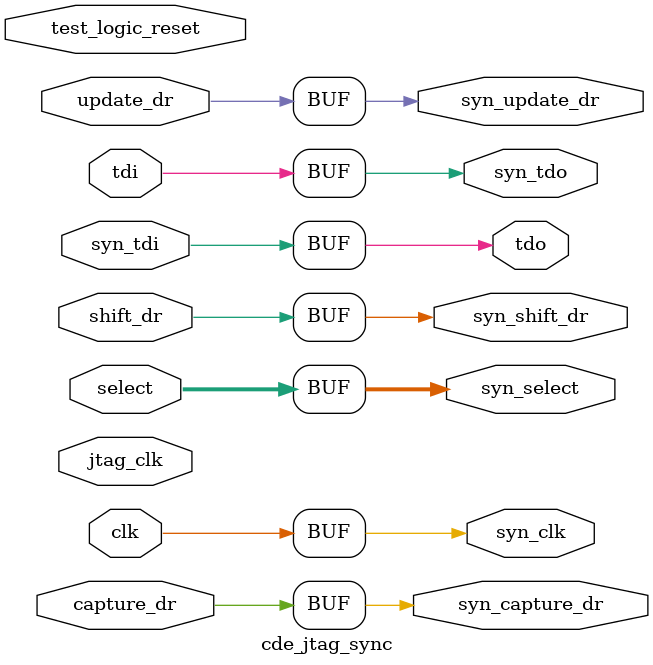
<source format=v>
/**********************************************************************/
/*                                                                    */
/*                                                                    */
/*   Copyright (c) 2012 Ouabache Design Works                         */
/*                                                                    */
/*          All Rights Reserved Worldwide                             */
/*                                                                    */
/*   Licensed under the Apache License,Version2.0 (the'License');     */
/*   you may not use this file except in compliance with the License. */
/*   You may obtain a copy of the License at                          */
/*                                                                    */
/*       http://www.apache.org/licenses/LICENSE-2.0                   */
/*                                                                    */
/*   Unless required by applicable law or agreed to in                */
/*   writing, software distributed under the License is               */
/*   distributed on an 'AS IS' BASIS, WITHOUT WARRANTIES              */
/*   OR CONDITIONS OF ANY KIND, either express or implied.            */
/*   See the License for the specific language governing              */
/*   permissions and limitations under the License.                   */
/**********************************************************************/

module 
cde_jtag_sync
#(parameter JTAG_SEL        = 2   // number of select signals
  )  

  
(
 input wire 		clk, // system clock

   

 input wire 		jtag_clk, // clock
 input wire 		test_logic_reset, // async reset


 input wire 		tdi, // scan-in of jtag_register
 input wire [JTAG_SEL-1:0] 	select, // '1' when jtag accessing this register 
 output wire 		tdo, // scan-out of jtag register
 input wire 		capture_dr,
 input wire 		shift_dr,
 input wire 		update_dr,
 

 output wire 		syn_clk, 
 input wire 		syn_tdi, // scan-in of jtag_register
 output wire [JTAG_SEL-1:0] syn_select, // '1' when jtag accessing this register 
 output wire 		syn_tdo, // scan-out of jtag register
 output wire 		syn_capture_dr,
 output wire 		syn_shift_dr,
 output wire 		syn_update_dr

);

   assign    syn_clk             = clk;
   assign    syn_select          = select;
   assign    syn_tdo             = tdi;
   assign    tdo                 = syn_tdi;   
   assign    syn_capture_dr      = capture_dr;   
   assign    syn_shift_dr        = shift_dr  ;
   assign    syn_update_dr       = update_dr;

   



endmodule

</source>
